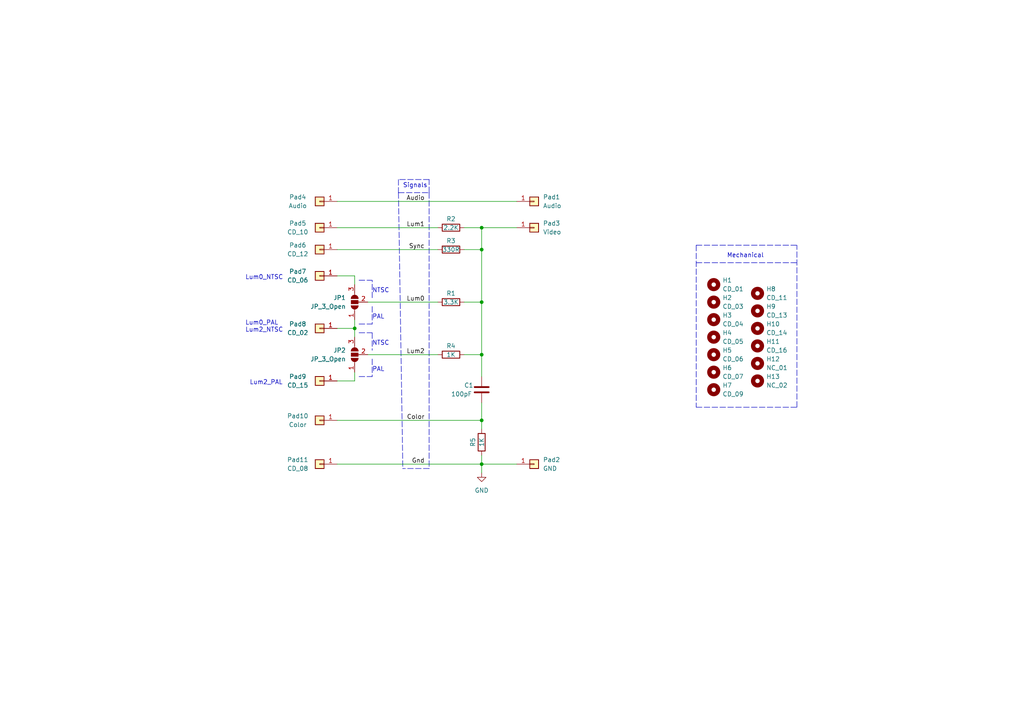
<source format=kicad_sch>
(kicad_sch (version 20211123) (generator eeschema)
  (paper "A4")
  (title_block (title "Atari junior AV mod") (date "2022-01-23") (company "Binary-6"))
  (lib_symbols
    (symbol "Connector_Generic:Conn_01x01" (pin_names (offset 1.016) hide)
      (property "Reference" "J" (at 0 2.54 0))
      (property "Value" "Conn_01x01" (at 0 -2.54 0))
      (symbol "Conn_01x01_1_1"
        (rectangle (start -1.27 0.127) (end 0 -0.127) (stroke (width 0.1524)))
        (rectangle (start -1.27 1.27) (end 1.27 -1.27) (stroke (width 0.254)) (fill (type background)))
        (pin passive line (at -5.08 0 0) (length 3.81) (name "Pin_1") (number "1"))
      )
    )
    (symbol "Device:C" (pin_numbers hide) (pin_names (offset 0.254))
      (property "Reference" "C" (at 0.635 2.54 0))
      (property "Value" "C" (at 0.635 -2.54 0))
      (symbol "C_0_1"
        (polyline (pts (xy -2.032 -0.762) (xy 2.032 -0.762)) (stroke (width 0.508)))
        (polyline (pts (xy -2.032 0.762) (xy 2.032 0.762)) (stroke (width 0.508)))
      )
      (symbol "C_1_1"
        (pin passive line (at 0 3.81 270) (length 2.794) (name "~") (number "1"))
        (pin passive line (at 0 -3.81 90) (length 2.794) (name "~") (number "2"))
      )
    )
    (symbol "Device:R" (pin_numbers hide) (pin_names (offset 0))
      (property "Reference" "R" (at 2.032 0 90))
      (property "Value" "R" (at 0 0 90))
      (symbol "R_0_1"
        (rectangle (start -1.016 -2.54) (end 1.016 2.54) (stroke (width 0.254)))
      )
      (symbol "R_1_1"
        (pin passive line (at 0 3.81 270) (length 1.27) (name "~") (number "1"))
        (pin passive line (at 0 -3.81 90) (length 1.27) (name "~") (number "2"))
      )
    )
    (symbol "Jumper:SolderJumper_3_Open" (pin_names (offset 0) hide)
      (property "Reference" "JP" (at -2.54 -2.54 0))
      (property "Value" "SolderJumper_3_Open" (at 0 2.794 0))
      (symbol "SolderJumper_3_Open_0_1"
        (arc (start -1.016 1.016) (mid -2.032 0) (end -1.016 -1.016))
        (arc (start -1.016 1.016) (mid -2.032 0) (end -1.016 -1.016) (fill (type outline)))
        (rectangle (start -0.508 1.016) (end 0.508 -1.016) (fill (type outline)))
        (polyline (pts (xy -2.54 0) (xy -2.032 0)))
        (polyline (pts (xy -1.016 1.016) (xy -1.016 -1.016)))
        (polyline (pts (xy 0 -1.27) (xy 0 -1.016)))
        (polyline (pts (xy 1.016 1.016) (xy 1.016 -1.016)))
        (polyline (pts (xy 2.54 0) (xy 2.032 0)))
        (arc (start 1.016 -1.016) (mid 2.032 0) (end 1.016 1.016))
        (arc (start 1.016 -1.016) (mid 2.032 0) (end 1.016 1.016) (fill (type outline)))
      )
      (symbol "SolderJumper_3_Open_1_1"
        (pin passive line (at -5.08 0 0) (length 2.54) (name "A") (number "1"))
        (pin input line (at 0 -3.81 90) (length 2.54) (name "C") (number "2"))
        (pin passive line (at 5.08 0 180) (length 2.54) (name "B") (number "3"))
      )
    )
    (symbol "Mechanical:MountingHole" (pin_names (offset 1.016))
      (property "Reference" "H" (at 0 5.08 0))
      (property "Value" "MountingHole" (at 0 3.175 0))
      (symbol "MountingHole_0_1"
        (circle (center 0 0) (radius 1.27) (stroke (width 1.27)))
      )
    )
    (symbol "power:GND" (power) (pin_names (offset 0))
      (property "Value" "GND" (at 0 -3.81 0))
      (symbol "GND_0_1"
        (polyline (pts (xy 0 0) (xy 0 -1.27) (xy 1.27 -1.27) (xy 0 -2.54) (xy -1.27 -1.27) (xy 0 -1.27)))
      )
      (symbol "GND_1_1"
        (pin power_in line (at 0 0 270) (length 0) hide (name "GND") (number "1"))
      )
    )
  )
  (junction (at 139.7 66.04))
  (junction (at 139.7 121.92))
  (junction (at 139.7 102.87))
  (junction (at 102.87 95.25))
  (junction (at 139.7 134.62))
  (junction (at 139.7 87.63))
  (junction (at 139.7 72.39))
  (polyline (pts (xy 107.95 88.9) (xy 107.95 93.98)))
  (wire (pts (xy 134.62 72.39) (xy 139.7 72.39)))
  (wire (pts (xy 139.7 87.63) (xy 139.7 102.87)))
  (wire (pts (xy 97.79 80.01) (xy 102.87 80.01)))
  (polyline (pts (xy 124.46 55.88) (xy 124.46 52.07)))
  (wire (pts (xy 139.7 116.84) (xy 139.7 121.92)))
  (wire (pts (xy 139.7 72.39) (xy 139.7 87.63)))
  (polyline (pts (xy 104.14 96.52) (xy 107.95 96.52)))
  (polyline (pts (xy 115.57 52.07) (xy 115.57 55.88)))
  (wire (pts (xy 97.79 110.49) (xy 102.87 110.49)))
  (wire (pts (xy 139.7 134.62) (xy 149.86 134.62)))
  (wire (pts (xy 139.7 66.04) (xy 139.7 72.39)))
  (wire (pts (xy 97.79 66.04) (xy 127 66.04)))
  (polyline (pts (xy 107.95 96.52) (xy 107.95 101.6)))
  (wire (pts (xy 102.87 95.25) (xy 102.87 92.71)))
  (wire (pts (xy 134.62 102.87) (xy 139.7 102.87)))
  (polyline (pts (xy 104.14 109.22) (xy 107.95 109.22)))
  (wire (pts (xy 139.7 102.87) (xy 139.7 109.22)))
  (wire (pts (xy 97.79 121.92) (xy 139.7 121.92)))
  (wire (pts (xy 97.79 58.42) (xy 149.86 58.42)))
  (polyline (pts (xy 115.57 55.88) (xy 116.84 135.89)))
  (polyline (pts (xy 231.14 118.11) (xy 231.14 71.12)))
  (polyline (pts (xy 124.46 55.88) (xy 124.46 135.89)))
  (polyline (pts (xy 124.46 135.89) (xy 116.84 135.89)))
  (polyline (pts (xy 104.14 93.98) (xy 107.95 93.98)))
  (polyline (pts (xy 124.46 52.07) (xy 115.57 52.07)))
  (wire (pts (xy 106.68 102.87) (xy 127 102.87)))
  (wire (pts (xy 139.7 132.08) (xy 139.7 134.62)))
  (wire (pts (xy 134.62 87.63) (xy 139.7 87.63)))
  (wire (pts (xy 106.68 87.63) (xy 127 87.63)))
  (wire (pts (xy 139.7 134.62) (xy 139.7 137.16)))
  (wire (pts (xy 97.79 95.25) (xy 102.87 95.25)))
  (wire (pts (xy 97.79 72.39) (xy 127 72.39)))
  (wire (pts (xy 134.62 66.04) (xy 139.7 66.04)))
  (polyline (pts (xy 107.95 104.14) (xy 107.95 109.22)))
  (polyline (pts (xy 201.93 71.12) (xy 231.14 71.12)))
  (wire (pts (xy 102.87 80.01) (xy 102.87 82.55)))
  (polyline (pts (xy 104.14 81.28) (xy 107.95 81.28)))
  (wire (pts (xy 139.7 121.92) (xy 139.7 124.46)))
  (polyline (pts (xy 107.95 86.36) (xy 107.95 81.28)))
  (wire (pts (xy 139.7 66.04) (xy 149.86 66.04)))
  (polyline (pts (xy 201.93 118.11) (xy 231.14 118.11)))
  (polyline (pts (xy 201.93 76.2) (xy 231.14 76.2)))
  (polyline (pts (xy 115.57 55.88) (xy 124.46 55.88)))
  (polyline (pts (xy 201.93 71.12) (xy 201.93 118.11)))
  (wire (pts (xy 102.87 110.49) (xy 102.87 107.95)))
  (wire (pts (xy 97.79 134.62) (xy 139.7 134.62)))
  (wire (pts (xy 102.87 95.25) (xy 102.87 97.79)))
  (text "Signals" (at 116.84 54.61 0) (effects (font (size 1.27 1.27)) (justify left bottom)))
  (text "Lum0_PAL\nLum2_NTSC" (at 71.12 96.52 0) (effects (font (size 1.27 1.27)) (justify left bottom)))
  (text "Mechanical" (at 210.82 74.93 0) (effects (font (size 1.27 1.27)) (justify left bottom)))
  (text "NTSC" (at 107.95 85.0733 0) (effects (font (size 1.27 1.27)) (justify left bottom)))
  (text "Lum0_NTSC" (at 71.12 81.28 0) (effects (font (size 1.27 1.27)) (justify left bottom)))
  (text "PAL" (at 107.95 107.95 0) (effects (font (size 1.27 1.27)) (justify left bottom)))
  (text "Lum2_PAL" (at 72.39 111.76 0) (effects (font (size 1.27 1.27)) (justify left bottom)))
  (text "PAL" (at 107.95 92.71 0) (effects (font (size 1.27 1.27)) (justify left bottom)))
  (text "NTSC" (at 107.95 100.33 0) (effects (font (size 1.27 1.27)) (justify left bottom)))
  (label "Gnd" (at 123.19 134.62 180))
  (label "Lum2" (at 123.19 102.87 180))
  (label "Color" (at 123.19 121.92 180))
  (label "Audio" (at 123.19 58.42 180))
  (label "Lum0" (at 123.19 87.63 180))
  (label "Lum1" (at 123.19 66.04 180))
  (label "Sync" (at 123.19 72.39 180))
  (symbol (lib_id "Mechanical:MountingHole") (at 219.71 110.49 0) (unit 1)
    (property "Reference" "H13" (at 222.25 109.2199 0) (effects (justify left)))
    (property "Value" "NC_02" (at 222.25 111.7599 0) (effects (justify left)))
    (property "Footprint" "MeineBib:ModHole2mm" (effects hide))
  )
  (symbol (lib_id "Mechanical:MountingHole") (at 207.01 87.63 0) (unit 1)
    (property "Reference" "H2" (at 209.55 86.3599 0) (effects (justify left)))
    (property "Value" "CD_03" (at 209.55 88.8999 0) (effects (justify left)))
    (property "Footprint" "MeineBib:ModHole2mm" (effects hide))
  )
  (symbol (lib_id "Connector_Generic:Conn_01x01") (at 154.94 58.42 0) (unit 1)
    (property "Reference" "Pad1" (at 157.48 57.1499 0) (effects (justify left)))
    (property "Value" "Audio" (at 157.48 59.6899 0) (effects (justify left)))
    (property "Footprint" "MeineBib:ModWirePad" (effects hide))
  )
  (symbol (lib_id "Connector_Generic:Conn_01x01") (at 92.71 134.62 180) (unit 1)
    (property "Reference" "Pad11" (at 86.36 133.35 0))
    (property "Value" "CD_08" (at 86.36 135.89 0))
    (property "Footprint" "MeineBib:ModPad2mm" (effects hide))
  )
  (symbol (lib_id "Device:R") (at 130.81 87.63 90) (unit 1)
    (property "Reference" "R1" (at 130.81 85.09 90))
    (property "Value" "3.3K" (at 130.81 87.63 90))
    (property "Footprint" "Resistor_SMD:R_0603_1608Metric" (effects hide))
  )
  (symbol (lib_id "Device:R") (at 139.7 128.27 180) (unit 1)
    (property "Reference" "R5" (at 137.16 128.27 90))
    (property "Value" "1K" (at 139.7 128.27 90))
    (property "Footprint" "Resistor_SMD:R_0603_1608Metric" (effects hide))
  )
  (symbol (lib_id "Mechanical:MountingHole") (at 207.01 107.95 0) (unit 1)
    (property "Reference" "H6" (at 209.55 106.6799 0) (effects (justify left)))
    (property "Value" "CD_07" (at 209.55 109.2199 0) (effects (justify left)))
    (property "Footprint" "MeineBib:ModHole2mm" (effects hide))
  )
  (symbol (lib_id "Device:R") (at 130.81 102.87 90) (unit 1)
    (property "Reference" "R4" (at 130.81 100.33 90))
    (property "Value" "1K" (at 130.81 102.87 90))
    (property "Footprint" "Resistor_SMD:R_0603_1608Metric" (effects hide))
  )
  (symbol (lib_id "Connector_Generic:Conn_01x01") (at 154.94 134.62 0) (unit 1)
    (property "Reference" "Pad2" (at 157.48 133.3499 0) (effects (justify left)))
    (property "Value" "GND" (at 157.48 135.8899 0) (effects (justify left)))
    (property "Footprint" "MeineBib:ModWirePad" (effects hide))
  )
  (symbol (lib_id "Connector_Generic:Conn_01x01") (at 92.71 72.39 180) (unit 1)
    (property "Reference" "Pad6" (at 86.36 71.12 0))
    (property "Value" "CD_12" (at 86.36 73.66 0))
    (property "Footprint" "MeineBib:ModPad2mm" (effects hide))
  )
  (symbol (lib_id "Connector_Generic:Conn_01x01") (at 92.71 121.92 180) (unit 1)
    (property "Reference" "Pad10" (at 86.36 120.65 0))
    (property "Value" "Color" (at 86.36 123.19 0))
    (property "Footprint" "MeineBib:ModPad2mm" (effects hide))
  )
  (symbol (lib_id "Mechanical:MountingHole") (at 207.01 113.03 0) (unit 1)
    (property "Reference" "H7" (at 209.55 111.7599 0) (effects (justify left)))
    (property "Value" "CD_09" (at 209.55 114.2999 0) (effects (justify left)))
    (property "Footprint" "MeineBib:ModHole2mm" (effects hide))
  )
  (symbol (lib_id "Mechanical:MountingHole") (at 219.71 95.25 0) (unit 1)
    (property "Reference" "H10" (at 222.25 93.9799 0) (effects (justify left)))
    (property "Value" "CD_14" (at 222.25 96.5199 0) (effects (justify left)))
    (property "Footprint" "MeineBib:ModHole2mm" (effects hide))
  )
  (symbol (lib_id "Connector_Generic:Conn_01x01") (at 92.71 110.49 180) (unit 1)
    (property "Reference" "Pad9" (at 86.36 109.22 0))
    (property "Value" "CD_15" (at 86.36 111.76 0))
    (property "Footprint" "MeineBib:ModPad2mm" (effects hide))
  )
  (symbol (lib_id "power:GND") (at 139.7 137.16 0) (unit 1)
    (property "Reference" "#PWR0101" (effects hide))
    (property "Value" "GND" (at 139.7 142.24 0))
  )
  (symbol (lib_id "Mechanical:MountingHole") (at 207.01 92.71 0) (unit 1)
    (property "Reference" "H3" (at 209.55 91.4399 0) (effects (justify left)))
    (property "Value" "CD_04" (at 209.55 93.9799 0) (effects (justify left)))
    (property "Footprint" "MeineBib:ModHole2mm" (effects hide))
  )
  (symbol (lib_id "Connector_Generic:Conn_01x01") (at 92.71 80.01 180) (unit 1)
    (property "Reference" "Pad7" (at 86.36 78.74 0))
    (property "Value" "CD_06" (at 86.36 81.28 0))
    (property "Footprint" "MeineBib:ModPad2mm" (effects hide))
  )
  (symbol (lib_id "Mechanical:MountingHole") (at 207.01 102.87 0) (unit 1)
    (property "Reference" "H5" (at 209.55 101.5999 0) (effects (justify left)))
    (property "Value" "CD_06" (at 209.55 104.1399 0) (effects (justify left)))
    (property "Footprint" "MeineBib:ModHole2mm" (effects hide))
  )
  (symbol (lib_id "Connector_Generic:Conn_01x01") (at 92.71 66.04 180) (unit 1)
    (property "Reference" "Pad5" (at 86.36 64.77 0))
    (property "Value" "CD_10" (at 86.36 67.31 0))
    (property "Footprint" "MeineBib:ModPad2mm" (effects hide))
  )
  (symbol (lib_id "Mechanical:MountingHole") (at 219.71 105.41 0) (unit 1)
    (property "Reference" "H12" (at 222.25 104.1399 0) (effects (justify left)))
    (property "Value" "NC_01" (at 222.25 106.6799 0) (effects (justify left)))
    (property "Footprint" "MeineBib:ModHole2mm" (effects hide))
  )
  (symbol (lib_id "Device:C") (at 139.7 113.03 0) (unit 1)
    (property "Reference" "C1" (at 134.62 111.7599 0) (effects (justify left)))
    (property "Value" "100pF" (at 130.81 114.2999 0) (effects (justify left)))
    (property "Footprint" "Capacitor_SMD:C_0603_1608Metric" (effects hide))
  )
  (symbol (lib_id "Mechanical:MountingHole") (at 219.71 100.33 0) (unit 1)
    (property "Reference" "H11" (at 222.25 99.0599 0) (effects (justify left)))
    (property "Value" "CD_16" (at 222.25 101.5999 0) (effects (justify left)))
    (property "Footprint" "MeineBib:ModHole2mm" (effects hide))
  )
  (symbol (lib_id "Mechanical:MountingHole") (at 207.01 97.79 0) (unit 1)
    (property "Reference" "H4" (at 209.55 96.5199 0) (effects (justify left)))
    (property "Value" "CD_05" (at 209.55 99.0599 0) (effects (justify left)))
    (property "Footprint" "MeineBib:ModHole2mm" (effects hide))
  )
  (symbol (lib_id "Device:R") (at 130.81 66.04 90) (unit 1)
    (property "Reference" "R2" (at 130.81 63.5 90))
    (property "Value" "2.2K" (at 130.81 66.04 90))
    (property "Footprint" "Resistor_SMD:R_0603_1608Metric" (effects hide))
  )
  (symbol (lib_id "Mechanical:MountingHole") (at 219.71 85.09 0) (unit 1)
    (property "Reference" "H8" (at 222.25 83.8199 0) (effects (justify left)))
    (property "Value" "CD_11" (at 222.25 86.3599 0) (effects (justify left)))
    (property "Footprint" "MeineBib:ModHole2mm" (effects hide))
  )
  (symbol (lib_id "Connector_Generic:Conn_01x01") (at 154.94 66.04 0) (unit 1)
    (property "Reference" "Pad3" (at 157.48 64.7699 0) (effects (justify left)))
    (property "Value" "Video" (at 157.48 67.3099 0) (effects (justify left)))
    (property "Footprint" "MeineBib:ModWirePad" (effects hide))
  )
  (symbol (lib_id "Mechanical:MountingHole") (at 219.71 90.17 0) (unit 1)
    (property "Reference" "H9" (at 222.25 88.8999 0) (effects (justify left)))
    (property "Value" "CD_13" (at 222.25 91.4399 0) (effects (justify left)))
    (property "Footprint" "MeineBib:ModHole2mm" (effects hide))
  )
  (symbol (lib_id "Mechanical:MountingHole") (at 207.01 82.55 0) (unit 1)
    (property "Reference" "H1" (at 209.55 81.2799 0) (effects (justify left)))
    (property "Value" "CD_01" (at 209.55 83.8199 0) (effects (justify left)))
    (property "Footprint" "MeineBib:ModHole2mm" (effects hide))
  )
  (symbol (lib_id "Device:R") (at 130.81 72.39 90) (unit 1)
    (property "Reference" "R3" (at 130.81 69.85 90))
    (property "Value" "330R" (at 130.81 72.39 90))
    (property "Footprint" "Resistor_SMD:R_0603_1608Metric" (effects hide))
  )
  (symbol (lib_id "Connector_Generic:Conn_01x01") (at 92.71 58.42 180) (unit 1)
    (property "Reference" "Pad4" (at 86.36 57.15 0))
    (property "Value" "Audio" (at 86.36 59.69 0))
    (property "Footprint" "MeineBib:ModPad2mm" (effects hide))
  )
  (symbol (lib_id "Jumper:SolderJumper_3_Open") (at 102.87 87.63 90) (unit 1)
    (property "Reference" "JP1" (at 100.33 86.3599 90) (effects (justify left)))
    (property "Value" "JP_3_Open" (at 100.33 88.8999 90) (effects (justify left)))
    (property "Footprint" "Jumper:SolderJumper-3_P1.3mm_Open_RoundedPad1.0x1.5mm_NumberLabels" (effects hide))
  )
  (symbol (lib_id "Jumper:SolderJumper_3_Open") (at 102.87 102.87 90) (unit 1)
    (property "Reference" "JP2" (at 100.33 101.5999 90) (effects (justify left)))
    (property "Value" "JP_3_Open" (at 100.33 104.1399 90) (effects (justify left)))
    (property "Footprint" "Jumper:SolderJumper-3_P1.3mm_Open_RoundedPad1.0x1.5mm_NumberLabels" (effects hide))
  )
  (symbol (lib_id "Connector_Generic:Conn_01x01") (at 92.71 95.25 180) (unit 1)
    (property "Reference" "Pad8" (at 86.36 93.98 0))
    (property "Value" "CD_02" (at 86.36 96.52 0))
    (property "Footprint" "MeineBib:ModPad2mm" (effects hide))
  )
)
</source>
